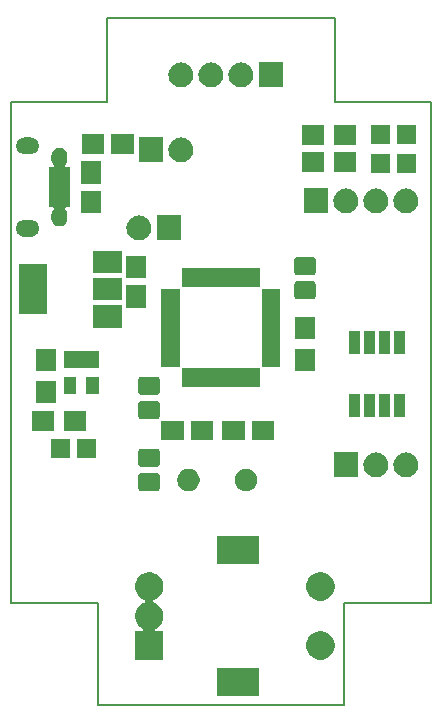
<source format=gbr>
%TF.GenerationSoftware,KiCad,Pcbnew,(5.0.2)-1*%
%TF.CreationDate,2019-05-13T13:04:59+03:00*%
%TF.ProjectId,timer,74696d65-722e-46b6-9963-61645f706362,rev?*%
%TF.SameCoordinates,Original*%
%TF.FileFunction,Soldermask,Bot*%
%TF.FilePolarity,Negative*%
%FSLAX46Y46*%
G04 Gerber Fmt 4.6, Leading zero omitted, Abs format (unit mm)*
G04 Created by KiCad (PCBNEW (5.0.2)-1) date 13.05.2019 13:04:59*
%MOMM*%
%LPD*%
G01*
G04 APERTURE LIST*
%ADD10C,0.150000*%
%ADD11C,0.100000*%
G04 APERTURE END LIST*
D10*
X54102000Y-32004000D02*
X62230000Y-32004000D01*
X54102000Y-24892000D02*
X54102000Y-32004000D01*
X34798000Y-32004000D02*
X34798000Y-24892000D01*
X26670000Y-32004000D02*
X34798000Y-32004000D01*
X62230000Y-74422000D02*
X54864000Y-74422000D01*
X54864000Y-74422000D02*
X54864000Y-83058000D01*
X34036000Y-74422000D02*
X34036000Y-83058000D01*
X26670000Y-74422000D02*
X34036000Y-74422000D01*
X26670000Y-74422000D02*
X26670000Y-32004000D01*
X54864000Y-83058000D02*
X34036000Y-83058000D01*
X62230000Y-32004000D02*
X62230000Y-74422000D01*
X34798000Y-24892000D02*
X54102000Y-24892000D01*
D11*
G36*
X47632000Y-82325000D02*
X44032000Y-82325000D01*
X44032000Y-79925000D01*
X47632000Y-79925000D01*
X47632000Y-82325000D01*
X47632000Y-82325000D01*
G37*
G36*
X53182026Y-76871115D02*
X53400412Y-76961573D01*
X53596958Y-77092901D01*
X53764099Y-77260042D01*
X53895427Y-77456588D01*
X53985885Y-77674974D01*
X54032000Y-77906809D01*
X54032000Y-78143191D01*
X53985885Y-78375026D01*
X53895427Y-78593412D01*
X53764099Y-78789958D01*
X53596958Y-78957099D01*
X53400412Y-79088427D01*
X53182026Y-79178885D01*
X52950191Y-79225000D01*
X52713809Y-79225000D01*
X52481974Y-79178885D01*
X52263588Y-79088427D01*
X52067042Y-78957099D01*
X51899901Y-78789958D01*
X51768573Y-78593412D01*
X51678115Y-78375026D01*
X51632000Y-78143191D01*
X51632000Y-77906809D01*
X51678115Y-77674974D01*
X51768573Y-77456588D01*
X51899901Y-77260042D01*
X52067042Y-77092901D01*
X52263588Y-76961573D01*
X52481974Y-76871115D01*
X52713809Y-76825000D01*
X52950191Y-76825000D01*
X53182026Y-76871115D01*
X53182026Y-76871115D01*
G37*
G36*
X38682026Y-71871115D02*
X38900412Y-71961573D01*
X39096958Y-72092901D01*
X39264099Y-72260042D01*
X39395427Y-72456588D01*
X39485885Y-72674974D01*
X39532000Y-72906809D01*
X39532000Y-73143191D01*
X39485885Y-73375026D01*
X39395427Y-73593412D01*
X39264099Y-73789958D01*
X39096958Y-73957099D01*
X38900412Y-74088427D01*
X38728790Y-74159515D01*
X38707179Y-74171066D01*
X38688237Y-74186612D01*
X38672691Y-74205554D01*
X38661140Y-74227164D01*
X38654027Y-74250614D01*
X38651625Y-74275000D01*
X38654027Y-74299386D01*
X38661140Y-74322835D01*
X38672691Y-74344446D01*
X38688237Y-74363388D01*
X38707179Y-74378934D01*
X38728790Y-74390485D01*
X38900412Y-74461573D01*
X39096958Y-74592901D01*
X39264099Y-74760042D01*
X39395427Y-74956588D01*
X39485885Y-75174974D01*
X39532000Y-75406809D01*
X39532000Y-75643191D01*
X39485885Y-75875026D01*
X39395427Y-76093412D01*
X39264099Y-76289958D01*
X39096958Y-76457099D01*
X38891907Y-76594110D01*
X38888239Y-76596071D01*
X38869298Y-76611618D01*
X38853754Y-76630561D01*
X38842204Y-76652172D01*
X38835092Y-76675622D01*
X38832692Y-76700008D01*
X38835095Y-76724395D01*
X38842210Y-76747843D01*
X38853763Y-76769453D01*
X38869310Y-76788394D01*
X38888253Y-76803938D01*
X38909864Y-76815488D01*
X38933314Y-76822600D01*
X38957692Y-76825000D01*
X39532000Y-76825000D01*
X39532000Y-79225000D01*
X37132000Y-79225000D01*
X37132000Y-76825000D01*
X37706308Y-76825000D01*
X37730694Y-76822598D01*
X37754143Y-76815485D01*
X37775754Y-76803934D01*
X37794696Y-76788388D01*
X37810242Y-76769446D01*
X37821793Y-76747835D01*
X37828906Y-76724386D01*
X37831308Y-76700000D01*
X37828906Y-76675614D01*
X37821793Y-76652165D01*
X37810242Y-76630554D01*
X37794696Y-76611612D01*
X37775754Y-76596066D01*
X37772085Y-76594105D01*
X37567042Y-76457099D01*
X37399901Y-76289958D01*
X37268573Y-76093412D01*
X37178115Y-75875026D01*
X37132000Y-75643191D01*
X37132000Y-75406809D01*
X37178115Y-75174974D01*
X37268573Y-74956588D01*
X37399901Y-74760042D01*
X37567042Y-74592901D01*
X37763588Y-74461573D01*
X37935210Y-74390485D01*
X37956821Y-74378934D01*
X37975763Y-74363388D01*
X37991309Y-74344446D01*
X38002860Y-74322836D01*
X38009973Y-74299386D01*
X38012375Y-74275000D01*
X38009973Y-74250614D01*
X38002860Y-74227165D01*
X37991309Y-74205554D01*
X37975763Y-74186612D01*
X37956821Y-74171066D01*
X37935210Y-74159515D01*
X37763588Y-74088427D01*
X37567042Y-73957099D01*
X37399901Y-73789958D01*
X37268573Y-73593412D01*
X37178115Y-73375026D01*
X37132000Y-73143191D01*
X37132000Y-72906809D01*
X37178115Y-72674974D01*
X37268573Y-72456588D01*
X37399901Y-72260042D01*
X37567042Y-72092901D01*
X37763588Y-71961573D01*
X37981974Y-71871115D01*
X38213809Y-71825000D01*
X38450191Y-71825000D01*
X38682026Y-71871115D01*
X38682026Y-71871115D01*
G37*
G36*
X53182026Y-71871115D02*
X53400412Y-71961573D01*
X53596958Y-72092901D01*
X53764099Y-72260042D01*
X53895427Y-72456588D01*
X53985885Y-72674974D01*
X54032000Y-72906809D01*
X54032000Y-73143191D01*
X53985885Y-73375026D01*
X53895427Y-73593412D01*
X53764099Y-73789958D01*
X53596958Y-73957099D01*
X53400412Y-74088427D01*
X53182026Y-74178885D01*
X52950191Y-74225000D01*
X52713809Y-74225000D01*
X52481974Y-74178885D01*
X52263588Y-74088427D01*
X52067042Y-73957099D01*
X51899901Y-73789958D01*
X51768573Y-73593412D01*
X51678115Y-73375026D01*
X51632000Y-73143191D01*
X51632000Y-72906809D01*
X51678115Y-72674974D01*
X51768573Y-72456588D01*
X51899901Y-72260042D01*
X52067042Y-72092901D01*
X52263588Y-71961573D01*
X52481974Y-71871115D01*
X52713809Y-71825000D01*
X52950191Y-71825000D01*
X53182026Y-71871115D01*
X53182026Y-71871115D01*
G37*
G36*
X47632000Y-71125000D02*
X44032000Y-71125000D01*
X44032000Y-68725000D01*
X47632000Y-68725000D01*
X47632000Y-71125000D01*
X47632000Y-71125000D01*
G37*
G36*
X41795452Y-63067127D02*
X41933105Y-63094508D01*
X42105994Y-63166121D01*
X42261590Y-63270087D01*
X42393913Y-63402410D01*
X42497879Y-63558006D01*
X42569492Y-63730895D01*
X42606000Y-63914433D01*
X42606000Y-64101567D01*
X42569492Y-64285105D01*
X42497879Y-64457994D01*
X42393913Y-64613590D01*
X42261590Y-64745913D01*
X42105994Y-64849879D01*
X41933105Y-64921492D01*
X41795451Y-64948873D01*
X41749568Y-64958000D01*
X41562432Y-64958000D01*
X41516549Y-64948873D01*
X41378895Y-64921492D01*
X41206006Y-64849879D01*
X41050410Y-64745913D01*
X40918087Y-64613590D01*
X40814121Y-64457994D01*
X40742508Y-64285105D01*
X40706000Y-64101567D01*
X40706000Y-63914433D01*
X40742508Y-63730895D01*
X40814121Y-63558006D01*
X40918087Y-63402410D01*
X41050410Y-63270087D01*
X41206006Y-63166121D01*
X41378895Y-63094508D01*
X41516548Y-63067127D01*
X41562432Y-63058000D01*
X41749568Y-63058000D01*
X41795452Y-63067127D01*
X41795452Y-63067127D01*
G37*
G36*
X46675452Y-63067127D02*
X46813105Y-63094508D01*
X46985994Y-63166121D01*
X47141590Y-63270087D01*
X47273913Y-63402410D01*
X47377879Y-63558006D01*
X47449492Y-63730895D01*
X47486000Y-63914433D01*
X47486000Y-64101567D01*
X47449492Y-64285105D01*
X47377879Y-64457994D01*
X47273913Y-64613590D01*
X47141590Y-64745913D01*
X46985994Y-64849879D01*
X46813105Y-64921492D01*
X46675451Y-64948873D01*
X46629568Y-64958000D01*
X46442432Y-64958000D01*
X46396549Y-64948873D01*
X46258895Y-64921492D01*
X46086006Y-64849879D01*
X45930410Y-64745913D01*
X45798087Y-64613590D01*
X45694121Y-64457994D01*
X45622508Y-64285105D01*
X45586000Y-64101567D01*
X45586000Y-63914433D01*
X45622508Y-63730895D01*
X45694121Y-63558006D01*
X45798087Y-63402410D01*
X45930410Y-63270087D01*
X46086006Y-63166121D01*
X46258895Y-63094508D01*
X46396548Y-63067127D01*
X46442432Y-63058000D01*
X46629568Y-63058000D01*
X46675452Y-63067127D01*
X46675452Y-63067127D01*
G37*
G36*
X38998890Y-63411430D02*
X39048739Y-63426551D01*
X39094671Y-63451102D01*
X39134934Y-63484146D01*
X39167978Y-63524409D01*
X39192529Y-63570341D01*
X39207650Y-63620190D01*
X39213360Y-63678164D01*
X39213360Y-64683276D01*
X39207650Y-64741250D01*
X39192529Y-64791099D01*
X39167978Y-64837031D01*
X39134934Y-64877294D01*
X39094671Y-64910338D01*
X39048739Y-64934889D01*
X38998890Y-64950010D01*
X38940916Y-64955720D01*
X37685804Y-64955720D01*
X37627830Y-64950010D01*
X37577981Y-64934889D01*
X37532049Y-64910338D01*
X37491786Y-64877294D01*
X37458742Y-64837031D01*
X37434191Y-64791099D01*
X37419070Y-64741250D01*
X37413360Y-64683276D01*
X37413360Y-63678164D01*
X37419070Y-63620190D01*
X37434191Y-63570341D01*
X37458742Y-63524409D01*
X37491786Y-63484146D01*
X37532049Y-63451102D01*
X37577981Y-63426551D01*
X37627830Y-63411430D01*
X37685804Y-63405720D01*
X38940916Y-63405720D01*
X38998890Y-63411430D01*
X38998890Y-63411430D01*
G37*
G36*
X56041000Y-63788000D02*
X53941000Y-63788000D01*
X53941000Y-61688000D01*
X56041000Y-61688000D01*
X56041000Y-63788000D01*
X56041000Y-63788000D01*
G37*
G36*
X57659707Y-61695596D02*
X57736836Y-61703193D01*
X57868787Y-61743220D01*
X57934763Y-61763233D01*
X58117172Y-61860733D01*
X58277054Y-61991946D01*
X58408267Y-62151828D01*
X58505767Y-62334237D01*
X58505767Y-62334238D01*
X58565807Y-62532164D01*
X58586080Y-62738000D01*
X58565807Y-62943836D01*
X58531176Y-63058000D01*
X58505767Y-63141763D01*
X58408267Y-63324172D01*
X58277054Y-63484054D01*
X58117172Y-63615267D01*
X57934763Y-63712767D01*
X57875002Y-63730895D01*
X57736836Y-63772807D01*
X57659707Y-63780403D01*
X57582580Y-63788000D01*
X57479420Y-63788000D01*
X57402293Y-63780403D01*
X57325164Y-63772807D01*
X57186998Y-63730895D01*
X57127237Y-63712767D01*
X56944828Y-63615267D01*
X56784946Y-63484054D01*
X56653733Y-63324172D01*
X56556233Y-63141763D01*
X56530824Y-63058000D01*
X56496193Y-62943836D01*
X56475920Y-62738000D01*
X56496193Y-62532164D01*
X56556233Y-62334238D01*
X56556233Y-62334237D01*
X56653733Y-62151828D01*
X56784946Y-61991946D01*
X56944828Y-61860733D01*
X57127237Y-61763233D01*
X57193213Y-61743220D01*
X57325164Y-61703193D01*
X57402293Y-61695596D01*
X57479420Y-61688000D01*
X57582580Y-61688000D01*
X57659707Y-61695596D01*
X57659707Y-61695596D01*
G37*
G36*
X60199707Y-61695596D02*
X60276836Y-61703193D01*
X60408787Y-61743220D01*
X60474763Y-61763233D01*
X60657172Y-61860733D01*
X60817054Y-61991946D01*
X60948267Y-62151828D01*
X61045767Y-62334237D01*
X61045767Y-62334238D01*
X61105807Y-62532164D01*
X61126080Y-62738000D01*
X61105807Y-62943836D01*
X61071176Y-63058000D01*
X61045767Y-63141763D01*
X60948267Y-63324172D01*
X60817054Y-63484054D01*
X60657172Y-63615267D01*
X60474763Y-63712767D01*
X60415002Y-63730895D01*
X60276836Y-63772807D01*
X60199707Y-63780403D01*
X60122580Y-63788000D01*
X60019420Y-63788000D01*
X59942293Y-63780403D01*
X59865164Y-63772807D01*
X59726998Y-63730895D01*
X59667237Y-63712767D01*
X59484828Y-63615267D01*
X59324946Y-63484054D01*
X59193733Y-63324172D01*
X59096233Y-63141763D01*
X59070824Y-63058000D01*
X59036193Y-62943836D01*
X59015920Y-62738000D01*
X59036193Y-62532164D01*
X59096233Y-62334238D01*
X59096233Y-62334237D01*
X59193733Y-62151828D01*
X59324946Y-61991946D01*
X59484828Y-61860733D01*
X59667237Y-61763233D01*
X59733213Y-61743220D01*
X59865164Y-61703193D01*
X59942293Y-61695596D01*
X60019420Y-61688000D01*
X60122580Y-61688000D01*
X60199707Y-61695596D01*
X60199707Y-61695596D01*
G37*
G36*
X38998890Y-61361430D02*
X39048739Y-61376551D01*
X39094671Y-61401102D01*
X39134934Y-61434146D01*
X39167978Y-61474409D01*
X39192529Y-61520341D01*
X39207650Y-61570190D01*
X39213360Y-61628164D01*
X39213360Y-62633276D01*
X39207650Y-62691250D01*
X39192529Y-62741099D01*
X39167978Y-62787031D01*
X39134934Y-62827294D01*
X39094671Y-62860338D01*
X39048739Y-62884889D01*
X38998890Y-62900010D01*
X38940916Y-62905720D01*
X37685804Y-62905720D01*
X37627830Y-62900010D01*
X37577981Y-62884889D01*
X37532049Y-62860338D01*
X37491786Y-62827294D01*
X37458742Y-62787031D01*
X37434191Y-62741099D01*
X37419070Y-62691250D01*
X37413360Y-62633276D01*
X37413360Y-61628164D01*
X37419070Y-61570190D01*
X37434191Y-61520341D01*
X37458742Y-61474409D01*
X37491786Y-61434146D01*
X37532049Y-61401102D01*
X37577981Y-61376551D01*
X37627830Y-61361430D01*
X37685804Y-61355720D01*
X38940916Y-61355720D01*
X38998890Y-61361430D01*
X38998890Y-61361430D01*
G37*
G36*
X31661000Y-62141000D02*
X30061000Y-62141000D01*
X30061000Y-60541000D01*
X31661000Y-60541000D01*
X31661000Y-62141000D01*
X31661000Y-62141000D01*
G37*
G36*
X33861000Y-62141000D02*
X32261000Y-62141000D01*
X32261000Y-60541000D01*
X33861000Y-60541000D01*
X33861000Y-62141000D01*
X33861000Y-62141000D01*
G37*
G36*
X48916000Y-60642000D02*
X47016000Y-60642000D01*
X47016000Y-58992000D01*
X48916000Y-58992000D01*
X48916000Y-60642000D01*
X48916000Y-60642000D01*
G37*
G36*
X41249000Y-60642000D02*
X39349000Y-60642000D01*
X39349000Y-58992000D01*
X41249000Y-58992000D01*
X41249000Y-60642000D01*
X41249000Y-60642000D01*
G37*
G36*
X43749000Y-60642000D02*
X41849000Y-60642000D01*
X41849000Y-58992000D01*
X43749000Y-58992000D01*
X43749000Y-60642000D01*
X43749000Y-60642000D01*
G37*
G36*
X46416000Y-60642000D02*
X44516000Y-60642000D01*
X44516000Y-58992000D01*
X46416000Y-58992000D01*
X46416000Y-60642000D01*
X46416000Y-60642000D01*
G37*
G36*
X32987000Y-59905000D02*
X31087000Y-59905000D01*
X31087000Y-58205000D01*
X32987000Y-58205000D01*
X32987000Y-59905000D01*
X32987000Y-59905000D01*
G37*
G36*
X30287000Y-59905000D02*
X28387000Y-59905000D01*
X28387000Y-58205000D01*
X30287000Y-58205000D01*
X30287000Y-59905000D01*
X30287000Y-59905000D01*
G37*
G36*
X38998890Y-57315430D02*
X39048739Y-57330551D01*
X39094671Y-57355102D01*
X39134934Y-57388146D01*
X39167978Y-57428409D01*
X39192529Y-57474341D01*
X39207650Y-57524190D01*
X39213360Y-57582164D01*
X39213360Y-58587276D01*
X39207650Y-58645250D01*
X39192529Y-58695099D01*
X39167980Y-58741028D01*
X39134931Y-58781297D01*
X39094671Y-58814338D01*
X39048739Y-58838889D01*
X38998890Y-58854010D01*
X38940916Y-58859720D01*
X37685804Y-58859720D01*
X37627830Y-58854010D01*
X37577981Y-58838889D01*
X37532049Y-58814338D01*
X37491786Y-58781294D01*
X37458742Y-58741031D01*
X37434191Y-58695099D01*
X37419070Y-58645250D01*
X37413360Y-58587276D01*
X37413360Y-57582164D01*
X37419070Y-57524190D01*
X37434191Y-57474341D01*
X37458742Y-57428409D01*
X37491786Y-57388146D01*
X37532049Y-57355102D01*
X37577981Y-57330551D01*
X37627830Y-57315430D01*
X37685804Y-57309720D01*
X38940916Y-57309720D01*
X38998890Y-57315430D01*
X38998890Y-57315430D01*
G37*
G36*
X56212360Y-58711720D02*
X55212360Y-58711720D01*
X55212360Y-56761720D01*
X56212360Y-56761720D01*
X56212360Y-58711720D01*
X56212360Y-58711720D01*
G37*
G36*
X57482360Y-58711720D02*
X56482360Y-58711720D01*
X56482360Y-56761720D01*
X57482360Y-56761720D01*
X57482360Y-58711720D01*
X57482360Y-58711720D01*
G37*
G36*
X58752360Y-58711720D02*
X57752360Y-58711720D01*
X57752360Y-56761720D01*
X58752360Y-56761720D01*
X58752360Y-58711720D01*
X58752360Y-58711720D01*
G37*
G36*
X60022360Y-58711720D02*
X59022360Y-58711720D01*
X59022360Y-56761720D01*
X60022360Y-56761720D01*
X60022360Y-58711720D01*
X60022360Y-58711720D01*
G37*
G36*
X30441000Y-57498000D02*
X28741000Y-57498000D01*
X28741000Y-55598000D01*
X30441000Y-55598000D01*
X30441000Y-57498000D01*
X30441000Y-57498000D01*
G37*
G36*
X38998890Y-55265430D02*
X39048739Y-55280551D01*
X39094671Y-55305102D01*
X39134934Y-55338146D01*
X39167978Y-55378409D01*
X39192529Y-55424341D01*
X39207650Y-55474190D01*
X39213360Y-55532164D01*
X39213360Y-56537276D01*
X39207650Y-56595250D01*
X39192529Y-56645099D01*
X39167978Y-56691031D01*
X39134934Y-56731294D01*
X39094671Y-56764338D01*
X39048739Y-56788889D01*
X38998890Y-56804010D01*
X38940916Y-56809720D01*
X37685804Y-56809720D01*
X37627830Y-56804010D01*
X37577981Y-56788889D01*
X37532049Y-56764338D01*
X37491786Y-56731294D01*
X37458742Y-56691031D01*
X37434191Y-56645099D01*
X37419070Y-56595250D01*
X37413360Y-56537276D01*
X37413360Y-55532164D01*
X37419070Y-55474190D01*
X37434191Y-55424341D01*
X37458742Y-55378409D01*
X37491786Y-55338146D01*
X37532049Y-55305102D01*
X37577981Y-55280551D01*
X37627830Y-55265430D01*
X37685804Y-55259720D01*
X38940916Y-55259720D01*
X38998890Y-55265430D01*
X38998890Y-55265430D01*
G37*
G36*
X32153000Y-56737000D02*
X31103000Y-56737000D01*
X31103000Y-55277000D01*
X32153000Y-55277000D01*
X32153000Y-56737000D01*
X32153000Y-56737000D01*
G37*
G36*
X34053000Y-56737000D02*
X33003000Y-56737000D01*
X33003000Y-55277000D01*
X34053000Y-55277000D01*
X34053000Y-56737000D01*
X34053000Y-56737000D01*
G37*
G36*
X47693000Y-56172000D02*
X41093000Y-56172000D01*
X41093000Y-54572000D01*
X47693000Y-54572000D01*
X47693000Y-56172000D01*
X47693000Y-56172000D01*
G37*
G36*
X52412000Y-54798000D02*
X50712000Y-54798000D01*
X50712000Y-52898000D01*
X52412000Y-52898000D01*
X52412000Y-54798000D01*
X52412000Y-54798000D01*
G37*
G36*
X30441000Y-54798000D02*
X28741000Y-54798000D01*
X28741000Y-52898000D01*
X30441000Y-52898000D01*
X30441000Y-54798000D01*
X30441000Y-54798000D01*
G37*
G36*
X34053000Y-54537000D02*
X31103000Y-54537000D01*
X31103000Y-53077000D01*
X34053000Y-53077000D01*
X34053000Y-54537000D01*
X34053000Y-54537000D01*
G37*
G36*
X49443000Y-54422000D02*
X47843000Y-54422000D01*
X47843000Y-47822000D01*
X49443000Y-47822000D01*
X49443000Y-54422000D01*
X49443000Y-54422000D01*
G37*
G36*
X40943000Y-54422000D02*
X39343000Y-54422000D01*
X39343000Y-47822000D01*
X40943000Y-47822000D01*
X40943000Y-54422000D01*
X40943000Y-54422000D01*
G37*
G36*
X60022360Y-53311720D02*
X59022360Y-53311720D01*
X59022360Y-51361720D01*
X60022360Y-51361720D01*
X60022360Y-53311720D01*
X60022360Y-53311720D01*
G37*
G36*
X57482360Y-53311720D02*
X56482360Y-53311720D01*
X56482360Y-51361720D01*
X57482360Y-51361720D01*
X57482360Y-53311720D01*
X57482360Y-53311720D01*
G37*
G36*
X58752360Y-53311720D02*
X57752360Y-53311720D01*
X57752360Y-51361720D01*
X58752360Y-51361720D01*
X58752360Y-53311720D01*
X58752360Y-53311720D01*
G37*
G36*
X56212360Y-53311720D02*
X55212360Y-53311720D01*
X55212360Y-51361720D01*
X56212360Y-51361720D01*
X56212360Y-53311720D01*
X56212360Y-53311720D01*
G37*
G36*
X52412000Y-52098000D02*
X50712000Y-52098000D01*
X50712000Y-50198000D01*
X52412000Y-50198000D01*
X52412000Y-52098000D01*
X52412000Y-52098000D01*
G37*
G36*
X35998000Y-51115000D02*
X33598000Y-51115000D01*
X33598000Y-49215000D01*
X35998000Y-49215000D01*
X35998000Y-51115000D01*
X35998000Y-51115000D01*
G37*
G36*
X29698000Y-49965000D02*
X27298000Y-49965000D01*
X27298000Y-45765000D01*
X29698000Y-45765000D01*
X29698000Y-49965000D01*
X29698000Y-49965000D01*
G37*
G36*
X38036000Y-49424000D02*
X36386000Y-49424000D01*
X36386000Y-47524000D01*
X38036000Y-47524000D01*
X38036000Y-49424000D01*
X38036000Y-49424000D01*
G37*
G36*
X35998000Y-48815000D02*
X33598000Y-48815000D01*
X33598000Y-46915000D01*
X35998000Y-46915000D01*
X35998000Y-48815000D01*
X35998000Y-48815000D01*
G37*
G36*
X52206890Y-47173430D02*
X52256739Y-47188551D01*
X52302671Y-47213102D01*
X52342934Y-47246146D01*
X52375978Y-47286409D01*
X52400529Y-47332341D01*
X52415650Y-47382190D01*
X52421360Y-47440164D01*
X52421360Y-48445276D01*
X52415650Y-48503250D01*
X52400529Y-48553099D01*
X52375978Y-48599031D01*
X52342934Y-48639294D01*
X52302671Y-48672338D01*
X52256739Y-48696889D01*
X52206890Y-48712010D01*
X52148916Y-48717720D01*
X50893804Y-48717720D01*
X50835830Y-48712010D01*
X50785981Y-48696889D01*
X50740049Y-48672338D01*
X50699786Y-48639294D01*
X50666742Y-48599031D01*
X50642191Y-48553099D01*
X50627070Y-48503250D01*
X50621360Y-48445276D01*
X50621360Y-47440164D01*
X50627070Y-47382190D01*
X50642191Y-47332341D01*
X50666742Y-47286409D01*
X50699786Y-47246146D01*
X50740049Y-47213102D01*
X50785981Y-47188551D01*
X50835830Y-47173430D01*
X50893804Y-47167720D01*
X52148916Y-47167720D01*
X52206890Y-47173430D01*
X52206890Y-47173430D01*
G37*
G36*
X47693000Y-47672000D02*
X41093000Y-47672000D01*
X41093000Y-46072000D01*
X47693000Y-46072000D01*
X47693000Y-47672000D01*
X47693000Y-47672000D01*
G37*
G36*
X38036000Y-46924000D02*
X36386000Y-46924000D01*
X36386000Y-45024000D01*
X38036000Y-45024000D01*
X38036000Y-46924000D01*
X38036000Y-46924000D01*
G37*
G36*
X52206890Y-45123430D02*
X52256739Y-45138551D01*
X52302671Y-45163102D01*
X52342934Y-45196146D01*
X52375978Y-45236409D01*
X52400529Y-45282341D01*
X52415650Y-45332190D01*
X52421360Y-45390164D01*
X52421360Y-46395276D01*
X52415650Y-46453250D01*
X52400529Y-46503099D01*
X52375978Y-46549031D01*
X52342934Y-46589294D01*
X52302671Y-46622338D01*
X52256739Y-46646889D01*
X52206890Y-46662010D01*
X52148916Y-46667720D01*
X50893804Y-46667720D01*
X50835830Y-46662010D01*
X50785981Y-46646889D01*
X50740049Y-46622338D01*
X50699786Y-46589294D01*
X50666742Y-46549031D01*
X50642191Y-46503099D01*
X50627070Y-46453250D01*
X50621360Y-46395276D01*
X50621360Y-45390164D01*
X50627070Y-45332190D01*
X50642191Y-45282341D01*
X50666742Y-45236409D01*
X50699786Y-45196146D01*
X50740049Y-45163102D01*
X50785981Y-45138551D01*
X50835830Y-45123430D01*
X50893804Y-45117720D01*
X52148916Y-45117720D01*
X52206890Y-45123430D01*
X52206890Y-45123430D01*
G37*
G36*
X35998000Y-46515000D02*
X33598000Y-46515000D01*
X33598000Y-44615000D01*
X35998000Y-44615000D01*
X35998000Y-46515000D01*
X35998000Y-46515000D01*
G37*
G36*
X37593707Y-41629597D02*
X37670836Y-41637193D01*
X37802787Y-41677220D01*
X37868763Y-41697233D01*
X38051172Y-41794733D01*
X38211054Y-41925946D01*
X38342267Y-42085828D01*
X38439767Y-42268237D01*
X38439767Y-42268238D01*
X38499807Y-42466164D01*
X38520080Y-42672000D01*
X38499807Y-42877836D01*
X38468156Y-42982175D01*
X38439767Y-43075763D01*
X38342267Y-43258172D01*
X38211054Y-43418054D01*
X38051172Y-43549267D01*
X37868763Y-43646767D01*
X37802787Y-43666780D01*
X37670836Y-43706807D01*
X37593707Y-43714404D01*
X37516580Y-43722000D01*
X37413420Y-43722000D01*
X37336293Y-43714404D01*
X37259164Y-43706807D01*
X37127213Y-43666780D01*
X37061237Y-43646767D01*
X36878828Y-43549267D01*
X36718946Y-43418054D01*
X36587733Y-43258172D01*
X36490233Y-43075763D01*
X36461844Y-42982175D01*
X36430193Y-42877836D01*
X36409920Y-42672000D01*
X36430193Y-42466164D01*
X36490233Y-42268238D01*
X36490233Y-42268237D01*
X36587733Y-42085828D01*
X36718946Y-41925946D01*
X36878828Y-41794733D01*
X37061237Y-41697233D01*
X37127213Y-41677220D01*
X37259164Y-41637193D01*
X37336293Y-41629597D01*
X37413420Y-41622000D01*
X37516580Y-41622000D01*
X37593707Y-41629597D01*
X37593707Y-41629597D01*
G37*
G36*
X41055000Y-43722000D02*
X38955000Y-43722000D01*
X38955000Y-41622000D01*
X41055000Y-41622000D01*
X41055000Y-43722000D01*
X41055000Y-43722000D01*
G37*
G36*
X28446224Y-42023128D02*
X28578175Y-42063155D01*
X28699781Y-42128155D01*
X28806370Y-42215630D01*
X28893845Y-42322219D01*
X28958845Y-42443825D01*
X28998872Y-42575776D01*
X29012387Y-42713000D01*
X28998872Y-42850224D01*
X28958845Y-42982175D01*
X28893845Y-43103781D01*
X28806370Y-43210370D01*
X28699781Y-43297845D01*
X28578175Y-43362845D01*
X28446224Y-43402872D01*
X28343390Y-43413000D01*
X27724610Y-43413000D01*
X27621776Y-43402872D01*
X27489825Y-43362845D01*
X27368219Y-43297845D01*
X27261630Y-43210370D01*
X27174155Y-43103781D01*
X27109155Y-42982175D01*
X27069128Y-42850224D01*
X27055613Y-42713000D01*
X27069128Y-42575776D01*
X27109155Y-42443825D01*
X27174155Y-42322219D01*
X27261630Y-42215630D01*
X27368219Y-42128155D01*
X27489825Y-42063155D01*
X27621776Y-42023128D01*
X27724610Y-42013000D01*
X28343390Y-42013000D01*
X28446224Y-42023128D01*
X28446224Y-42023128D01*
G37*
G36*
X30866322Y-35897767D02*
X30993560Y-35936364D01*
X31110823Y-35999042D01*
X31162214Y-36041218D01*
X31213604Y-36083392D01*
X31213606Y-36083395D01*
X31297958Y-36186176D01*
X31360636Y-36303439D01*
X31399233Y-36430677D01*
X31409000Y-36529841D01*
X31409000Y-36896158D01*
X31399233Y-36995322D01*
X31360636Y-37122561D01*
X31297958Y-37239824D01*
X31241431Y-37308701D01*
X31227817Y-37329076D01*
X31218439Y-37351715D01*
X31213659Y-37375748D01*
X31213659Y-37400252D01*
X31218440Y-37424286D01*
X31227817Y-37446925D01*
X31241431Y-37467299D01*
X31258758Y-37484626D01*
X31279133Y-37498240D01*
X31301772Y-37507618D01*
X31338057Y-37513000D01*
X31609000Y-37513000D01*
X31609000Y-40913000D01*
X31338057Y-40913000D01*
X31313671Y-40915402D01*
X31290222Y-40922515D01*
X31268611Y-40934066D01*
X31249669Y-40949612D01*
X31234123Y-40968554D01*
X31222572Y-40990165D01*
X31215459Y-41013614D01*
X31213057Y-41038000D01*
X31215459Y-41062386D01*
X31222572Y-41085835D01*
X31241430Y-41117298D01*
X31297958Y-41186176D01*
X31360636Y-41303439D01*
X31399233Y-41430677D01*
X31409000Y-41529841D01*
X31409000Y-41896158D01*
X31399233Y-41995322D01*
X31360636Y-42122561D01*
X31297958Y-42239824D01*
X31213606Y-42342606D01*
X31110824Y-42426958D01*
X30993561Y-42489636D01*
X30866323Y-42528233D01*
X30734000Y-42541266D01*
X30601678Y-42528233D01*
X30474440Y-42489636D01*
X30357177Y-42426958D01*
X30305786Y-42384782D01*
X30254396Y-42342608D01*
X30237663Y-42322219D01*
X30170042Y-42239824D01*
X30107364Y-42122561D01*
X30068767Y-41995323D01*
X30059000Y-41896159D01*
X30059000Y-41529842D01*
X30068767Y-41430678D01*
X30107364Y-41303440D01*
X30170042Y-41186177D01*
X30226570Y-41117298D01*
X30240184Y-41096924D01*
X30249561Y-41074285D01*
X30254341Y-41050251D01*
X30254341Y-41025747D01*
X30249560Y-41001713D01*
X30240183Y-40979074D01*
X30226569Y-40958700D01*
X30209241Y-40941373D01*
X30188867Y-40927759D01*
X30166228Y-40918382D01*
X30129943Y-40913000D01*
X29859000Y-40913000D01*
X29859000Y-37513000D01*
X30129943Y-37513000D01*
X30154329Y-37510598D01*
X30177778Y-37503485D01*
X30199389Y-37491934D01*
X30218331Y-37476388D01*
X30233877Y-37457446D01*
X30245428Y-37435835D01*
X30252541Y-37412386D01*
X30254943Y-37388000D01*
X30252541Y-37363614D01*
X30245428Y-37340165D01*
X30226569Y-37308701D01*
X30217401Y-37297529D01*
X30170042Y-37239824D01*
X30107364Y-37122561D01*
X30068767Y-36995323D01*
X30059000Y-36896159D01*
X30059000Y-36529842D01*
X30068767Y-36430678D01*
X30107364Y-36303440D01*
X30170042Y-36186177D01*
X30237664Y-36103780D01*
X30254392Y-36083396D01*
X30274474Y-36066915D01*
X30357176Y-35999042D01*
X30474439Y-35936364D01*
X30601677Y-35897767D01*
X30734000Y-35884734D01*
X30866322Y-35897767D01*
X30866322Y-35897767D01*
G37*
G36*
X53501000Y-41436000D02*
X51401000Y-41436000D01*
X51401000Y-39336000D01*
X53501000Y-39336000D01*
X53501000Y-41436000D01*
X53501000Y-41436000D01*
G37*
G36*
X55119707Y-39343596D02*
X55196836Y-39351193D01*
X55328787Y-39391220D01*
X55394763Y-39411233D01*
X55577172Y-39508733D01*
X55737054Y-39639946D01*
X55868267Y-39799828D01*
X55965767Y-39982237D01*
X55965767Y-39982238D01*
X56025807Y-40180164D01*
X56046080Y-40386000D01*
X56025807Y-40591836D01*
X55985780Y-40723787D01*
X55965767Y-40789763D01*
X55868267Y-40972172D01*
X55737054Y-41132054D01*
X55577172Y-41263267D01*
X55394763Y-41360767D01*
X55328787Y-41380780D01*
X55196836Y-41420807D01*
X55119707Y-41428404D01*
X55042580Y-41436000D01*
X54939420Y-41436000D01*
X54862293Y-41428404D01*
X54785164Y-41420807D01*
X54653213Y-41380780D01*
X54587237Y-41360767D01*
X54404828Y-41263267D01*
X54244946Y-41132054D01*
X54113733Y-40972172D01*
X54016233Y-40789763D01*
X53996220Y-40723787D01*
X53956193Y-40591836D01*
X53935920Y-40386000D01*
X53956193Y-40180164D01*
X54016233Y-39982238D01*
X54016233Y-39982237D01*
X54113733Y-39799828D01*
X54244946Y-39639946D01*
X54404828Y-39508733D01*
X54587237Y-39411233D01*
X54653213Y-39391220D01*
X54785164Y-39351193D01*
X54862293Y-39343596D01*
X54939420Y-39336000D01*
X55042580Y-39336000D01*
X55119707Y-39343596D01*
X55119707Y-39343596D01*
G37*
G36*
X60199707Y-39343596D02*
X60276836Y-39351193D01*
X60408787Y-39391220D01*
X60474763Y-39411233D01*
X60657172Y-39508733D01*
X60817054Y-39639946D01*
X60948267Y-39799828D01*
X61045767Y-39982237D01*
X61045767Y-39982238D01*
X61105807Y-40180164D01*
X61126080Y-40386000D01*
X61105807Y-40591836D01*
X61065780Y-40723787D01*
X61045767Y-40789763D01*
X60948267Y-40972172D01*
X60817054Y-41132054D01*
X60657172Y-41263267D01*
X60474763Y-41360767D01*
X60408787Y-41380780D01*
X60276836Y-41420807D01*
X60199707Y-41428404D01*
X60122580Y-41436000D01*
X60019420Y-41436000D01*
X59942293Y-41428404D01*
X59865164Y-41420807D01*
X59733213Y-41380780D01*
X59667237Y-41360767D01*
X59484828Y-41263267D01*
X59324946Y-41132054D01*
X59193733Y-40972172D01*
X59096233Y-40789763D01*
X59076220Y-40723787D01*
X59036193Y-40591836D01*
X59015920Y-40386000D01*
X59036193Y-40180164D01*
X59096233Y-39982238D01*
X59096233Y-39982237D01*
X59193733Y-39799828D01*
X59324946Y-39639946D01*
X59484828Y-39508733D01*
X59667237Y-39411233D01*
X59733213Y-39391220D01*
X59865164Y-39351193D01*
X59942293Y-39343596D01*
X60019420Y-39336000D01*
X60122580Y-39336000D01*
X60199707Y-39343596D01*
X60199707Y-39343596D01*
G37*
G36*
X57659707Y-39343596D02*
X57736836Y-39351193D01*
X57868787Y-39391220D01*
X57934763Y-39411233D01*
X58117172Y-39508733D01*
X58277054Y-39639946D01*
X58408267Y-39799828D01*
X58505767Y-39982237D01*
X58505767Y-39982238D01*
X58565807Y-40180164D01*
X58586080Y-40386000D01*
X58565807Y-40591836D01*
X58525780Y-40723787D01*
X58505767Y-40789763D01*
X58408267Y-40972172D01*
X58277054Y-41132054D01*
X58117172Y-41263267D01*
X57934763Y-41360767D01*
X57868787Y-41380780D01*
X57736836Y-41420807D01*
X57659707Y-41428404D01*
X57582580Y-41436000D01*
X57479420Y-41436000D01*
X57402293Y-41428404D01*
X57325164Y-41420807D01*
X57193213Y-41380780D01*
X57127237Y-41360767D01*
X56944828Y-41263267D01*
X56784946Y-41132054D01*
X56653733Y-40972172D01*
X56556233Y-40789763D01*
X56536220Y-40723787D01*
X56496193Y-40591836D01*
X56475920Y-40386000D01*
X56496193Y-40180164D01*
X56556233Y-39982238D01*
X56556233Y-39982237D01*
X56653733Y-39799828D01*
X56784946Y-39639946D01*
X56944828Y-39508733D01*
X57127237Y-39411233D01*
X57193213Y-39391220D01*
X57325164Y-39351193D01*
X57402293Y-39343596D01*
X57479420Y-39336000D01*
X57582580Y-39336000D01*
X57659707Y-39343596D01*
X57659707Y-39343596D01*
G37*
G36*
X34226000Y-41423000D02*
X32576000Y-41423000D01*
X32576000Y-39523000D01*
X34226000Y-39523000D01*
X34226000Y-41423000D01*
X34226000Y-41423000D01*
G37*
G36*
X34226000Y-38923000D02*
X32576000Y-38923000D01*
X32576000Y-37023000D01*
X34226000Y-37023000D01*
X34226000Y-38923000D01*
X34226000Y-38923000D01*
G37*
G36*
X58712000Y-38011000D02*
X57112000Y-38011000D01*
X57112000Y-36411000D01*
X58712000Y-36411000D01*
X58712000Y-38011000D01*
X58712000Y-38011000D01*
G37*
G36*
X60912000Y-38011000D02*
X59312000Y-38011000D01*
X59312000Y-36411000D01*
X60912000Y-36411000D01*
X60912000Y-38011000D01*
X60912000Y-38011000D01*
G37*
G36*
X53147000Y-37934000D02*
X51247000Y-37934000D01*
X51247000Y-36234000D01*
X53147000Y-36234000D01*
X53147000Y-37934000D01*
X53147000Y-37934000D01*
G37*
G36*
X55847000Y-37934000D02*
X53947000Y-37934000D01*
X53947000Y-36234000D01*
X55847000Y-36234000D01*
X55847000Y-37934000D01*
X55847000Y-37934000D01*
G37*
G36*
X41149707Y-35025597D02*
X41226836Y-35033193D01*
X41325614Y-35063157D01*
X41424763Y-35093233D01*
X41607172Y-35190733D01*
X41767054Y-35321946D01*
X41898267Y-35481828D01*
X41995767Y-35664237D01*
X41995767Y-35664238D01*
X42055807Y-35862164D01*
X42076080Y-36068000D01*
X42055807Y-36273836D01*
X42022086Y-36385000D01*
X41995767Y-36471763D01*
X41898267Y-36654172D01*
X41767054Y-36814054D01*
X41607172Y-36945267D01*
X41424763Y-37042767D01*
X41358787Y-37062780D01*
X41226836Y-37102807D01*
X41149707Y-37110403D01*
X41072580Y-37118000D01*
X40969420Y-37118000D01*
X40892293Y-37110403D01*
X40815164Y-37102807D01*
X40683213Y-37062780D01*
X40617237Y-37042767D01*
X40434828Y-36945267D01*
X40274946Y-36814054D01*
X40143733Y-36654172D01*
X40046233Y-36471763D01*
X40019914Y-36385000D01*
X39986193Y-36273836D01*
X39965920Y-36068000D01*
X39986193Y-35862164D01*
X40046233Y-35664238D01*
X40046233Y-35664237D01*
X40143733Y-35481828D01*
X40274946Y-35321946D01*
X40434828Y-35190733D01*
X40617237Y-35093233D01*
X40716386Y-35063157D01*
X40815164Y-35033193D01*
X40892293Y-35025597D01*
X40969420Y-35018000D01*
X41072580Y-35018000D01*
X41149707Y-35025597D01*
X41149707Y-35025597D01*
G37*
G36*
X39531000Y-37118000D02*
X37431000Y-37118000D01*
X37431000Y-35018000D01*
X39531000Y-35018000D01*
X39531000Y-37118000D01*
X39531000Y-37118000D01*
G37*
G36*
X28446224Y-35023128D02*
X28578175Y-35063155D01*
X28699781Y-35128155D01*
X28806370Y-35215630D01*
X28893845Y-35322219D01*
X28958845Y-35443825D01*
X28998872Y-35575776D01*
X29012387Y-35713000D01*
X28998872Y-35850224D01*
X28958845Y-35982175D01*
X28893845Y-36103781D01*
X28806370Y-36210370D01*
X28699781Y-36297845D01*
X28578175Y-36362845D01*
X28446224Y-36402872D01*
X28343390Y-36413000D01*
X27724610Y-36413000D01*
X27621776Y-36402872D01*
X27489825Y-36362845D01*
X27368219Y-36297845D01*
X27261630Y-36210370D01*
X27174155Y-36103781D01*
X27109155Y-35982175D01*
X27069128Y-35850224D01*
X27055613Y-35713000D01*
X27069128Y-35575776D01*
X27109155Y-35443825D01*
X27174155Y-35322219D01*
X27261630Y-35215630D01*
X27368219Y-35128155D01*
X27489825Y-35063155D01*
X27621776Y-35023128D01*
X27724610Y-35013000D01*
X28343390Y-35013000D01*
X28446224Y-35023128D01*
X28446224Y-35023128D01*
G37*
G36*
X37018000Y-36385000D02*
X35118000Y-36385000D01*
X35118000Y-34735000D01*
X37018000Y-34735000D01*
X37018000Y-36385000D01*
X37018000Y-36385000D01*
G37*
G36*
X34518000Y-36385000D02*
X32618000Y-36385000D01*
X32618000Y-34735000D01*
X34518000Y-34735000D01*
X34518000Y-36385000D01*
X34518000Y-36385000D01*
G37*
G36*
X53147000Y-35648000D02*
X51247000Y-35648000D01*
X51247000Y-33948000D01*
X53147000Y-33948000D01*
X53147000Y-35648000D01*
X53147000Y-35648000D01*
G37*
G36*
X55847000Y-35648000D02*
X53947000Y-35648000D01*
X53947000Y-33948000D01*
X55847000Y-33948000D01*
X55847000Y-35648000D01*
X55847000Y-35648000D01*
G37*
G36*
X58712000Y-35598000D02*
X57112000Y-35598000D01*
X57112000Y-33998000D01*
X58712000Y-33998000D01*
X58712000Y-35598000D01*
X58712000Y-35598000D01*
G37*
G36*
X60912000Y-35598000D02*
X59312000Y-35598000D01*
X59312000Y-33998000D01*
X60912000Y-33998000D01*
X60912000Y-35598000D01*
X60912000Y-35598000D01*
G37*
G36*
X41149707Y-28675596D02*
X41226836Y-28683193D01*
X41358787Y-28723220D01*
X41424763Y-28743233D01*
X41607172Y-28840733D01*
X41767054Y-28971946D01*
X41898267Y-29131828D01*
X41995767Y-29314237D01*
X41995767Y-29314238D01*
X42055807Y-29512164D01*
X42076080Y-29718000D01*
X42055807Y-29923836D01*
X42015780Y-30055787D01*
X41995767Y-30121763D01*
X41898267Y-30304172D01*
X41767054Y-30464054D01*
X41607172Y-30595267D01*
X41424763Y-30692767D01*
X41358787Y-30712780D01*
X41226836Y-30752807D01*
X41149707Y-30760404D01*
X41072580Y-30768000D01*
X40969420Y-30768000D01*
X40892293Y-30760404D01*
X40815164Y-30752807D01*
X40683213Y-30712780D01*
X40617237Y-30692767D01*
X40434828Y-30595267D01*
X40274946Y-30464054D01*
X40143733Y-30304172D01*
X40046233Y-30121763D01*
X40026220Y-30055787D01*
X39986193Y-29923836D01*
X39965920Y-29718000D01*
X39986193Y-29512164D01*
X40046233Y-29314238D01*
X40046233Y-29314237D01*
X40143733Y-29131828D01*
X40274946Y-28971946D01*
X40434828Y-28840733D01*
X40617237Y-28743233D01*
X40683213Y-28723220D01*
X40815164Y-28683193D01*
X40892293Y-28675596D01*
X40969420Y-28668000D01*
X41072580Y-28668000D01*
X41149707Y-28675596D01*
X41149707Y-28675596D01*
G37*
G36*
X43689707Y-28675596D02*
X43766836Y-28683193D01*
X43898787Y-28723220D01*
X43964763Y-28743233D01*
X44147172Y-28840733D01*
X44307054Y-28971946D01*
X44438267Y-29131828D01*
X44535767Y-29314237D01*
X44535767Y-29314238D01*
X44595807Y-29512164D01*
X44616080Y-29718000D01*
X44595807Y-29923836D01*
X44555780Y-30055787D01*
X44535767Y-30121763D01*
X44438267Y-30304172D01*
X44307054Y-30464054D01*
X44147172Y-30595267D01*
X43964763Y-30692767D01*
X43898787Y-30712780D01*
X43766836Y-30752807D01*
X43689707Y-30760404D01*
X43612580Y-30768000D01*
X43509420Y-30768000D01*
X43432293Y-30760404D01*
X43355164Y-30752807D01*
X43223213Y-30712780D01*
X43157237Y-30692767D01*
X42974828Y-30595267D01*
X42814946Y-30464054D01*
X42683733Y-30304172D01*
X42586233Y-30121763D01*
X42566220Y-30055787D01*
X42526193Y-29923836D01*
X42505920Y-29718000D01*
X42526193Y-29512164D01*
X42586233Y-29314238D01*
X42586233Y-29314237D01*
X42683733Y-29131828D01*
X42814946Y-28971946D01*
X42974828Y-28840733D01*
X43157237Y-28743233D01*
X43223213Y-28723220D01*
X43355164Y-28683193D01*
X43432293Y-28675596D01*
X43509420Y-28668000D01*
X43612580Y-28668000D01*
X43689707Y-28675596D01*
X43689707Y-28675596D01*
G37*
G36*
X46229707Y-28675596D02*
X46306836Y-28683193D01*
X46438787Y-28723220D01*
X46504763Y-28743233D01*
X46687172Y-28840733D01*
X46847054Y-28971946D01*
X46978267Y-29131828D01*
X47075767Y-29314237D01*
X47075767Y-29314238D01*
X47135807Y-29512164D01*
X47156080Y-29718000D01*
X47135807Y-29923836D01*
X47095780Y-30055787D01*
X47075767Y-30121763D01*
X46978267Y-30304172D01*
X46847054Y-30464054D01*
X46687172Y-30595267D01*
X46504763Y-30692767D01*
X46438787Y-30712780D01*
X46306836Y-30752807D01*
X46229707Y-30760404D01*
X46152580Y-30768000D01*
X46049420Y-30768000D01*
X45972293Y-30760404D01*
X45895164Y-30752807D01*
X45763213Y-30712780D01*
X45697237Y-30692767D01*
X45514828Y-30595267D01*
X45354946Y-30464054D01*
X45223733Y-30304172D01*
X45126233Y-30121763D01*
X45106220Y-30055787D01*
X45066193Y-29923836D01*
X45045920Y-29718000D01*
X45066193Y-29512164D01*
X45126233Y-29314238D01*
X45126233Y-29314237D01*
X45223733Y-29131828D01*
X45354946Y-28971946D01*
X45514828Y-28840733D01*
X45697237Y-28743233D01*
X45763213Y-28723220D01*
X45895164Y-28683193D01*
X45972293Y-28675596D01*
X46049420Y-28668000D01*
X46152580Y-28668000D01*
X46229707Y-28675596D01*
X46229707Y-28675596D01*
G37*
G36*
X49691000Y-30768000D02*
X47591000Y-30768000D01*
X47591000Y-28668000D01*
X49691000Y-28668000D01*
X49691000Y-30768000D01*
X49691000Y-30768000D01*
G37*
M02*

</source>
